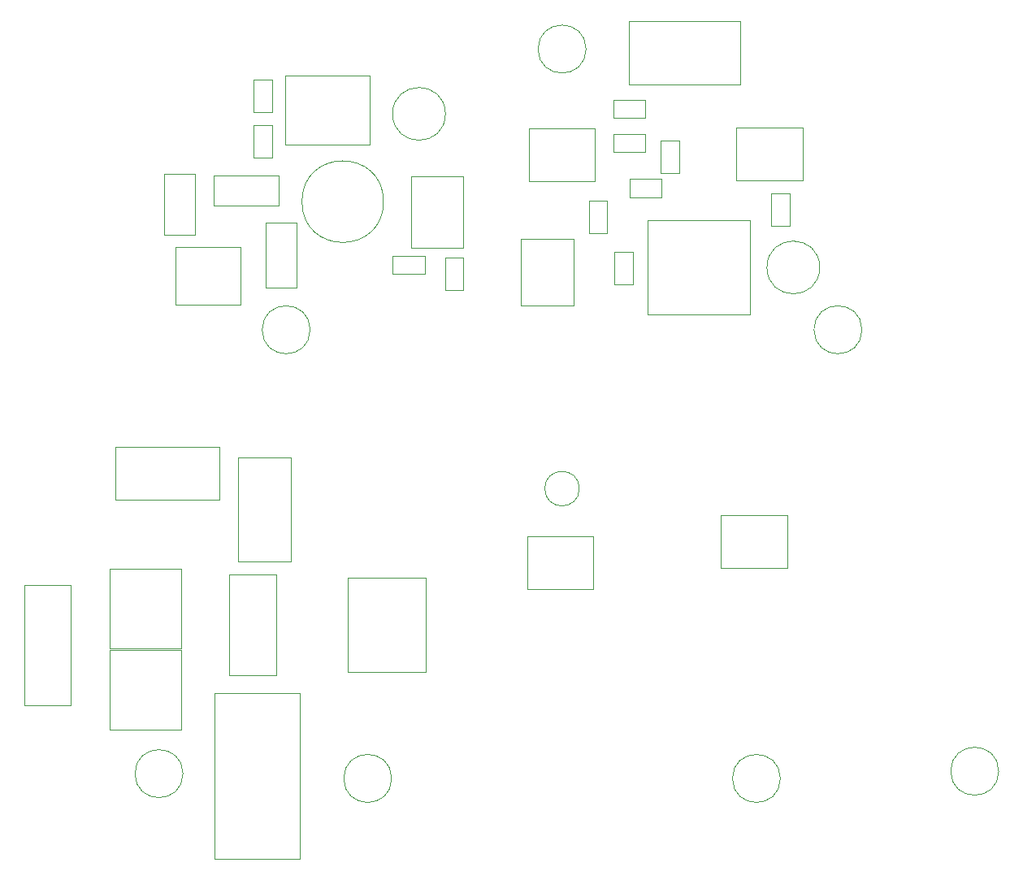
<source format=gbr>
G04 #@! TF.GenerationSoftware,KiCad,Pcbnew,(6.0.5)*
G04 #@! TF.CreationDate,2022-05-29T13:56:34+02:00*
G04 #@! TF.ProjectId,Jogurtownica,4a6f6775-7274-46f7-976e-6963612e6b69,rev?*
G04 #@! TF.SameCoordinates,Original*
G04 #@! TF.FileFunction,Other,User*
%FSLAX45Y45*%
G04 Gerber Fmt 4.5, Leading zero omitted, Abs format (unit mm)*
G04 Created by KiCad (PCBNEW (6.0.5)) date 2022-05-29 13:56:34*
%MOMM*%
%LPD*%
G01*
G04 APERTURE LIST*
%ADD10C,0.050000*%
G04 APERTURE END LIST*
D10*
G04 #@! TO.C,REF\u002A\u002A*
X14550000Y-12525000D02*
G75*
G03*
X14550000Y-12525000I-250000J0D01*
G01*
G04 #@! TO.C,R6*
X12370000Y-6507000D02*
X12370000Y-6843000D01*
X12370000Y-6843000D02*
X12180000Y-6843000D01*
X12180000Y-6843000D02*
X12180000Y-6507000D01*
X12180000Y-6507000D02*
X12370000Y-6507000D01*
G04 #@! TO.C,R2*
X11030000Y-6293000D02*
X11030000Y-5957000D01*
X11220000Y-5957000D02*
X11220000Y-6293000D01*
X11030000Y-5957000D02*
X11220000Y-5957000D01*
X11220000Y-6293000D02*
X11030000Y-6293000D01*
G04 #@! TO.C,R7*
X8970000Y-7508000D02*
X8780000Y-7508000D01*
X8970000Y-7172000D02*
X8970000Y-7508000D01*
X8780000Y-7172000D02*
X8970000Y-7172000D01*
X8780000Y-7508000D02*
X8780000Y-7172000D01*
G04 #@! TO.C,Q1*
X8430000Y-7070000D02*
X8970000Y-7070000D01*
X8430000Y-6330000D02*
X8430000Y-7070000D01*
X8970000Y-6330000D02*
X8430000Y-6330000D01*
X8970000Y-7070000D02*
X8970000Y-6330000D01*
G04 #@! TO.C,RV1*
X10700000Y-4707500D02*
X10700000Y-5372500D01*
X10700000Y-5372500D02*
X11860000Y-5372500D01*
X11860000Y-4707500D02*
X10700000Y-4707500D01*
X11860000Y-5372500D02*
X11860000Y-4707500D01*
G04 #@! TO.C,REF\u002A\u002A*
X7375000Y-7925000D02*
G75*
G03*
X7375000Y-7925000I-250000J0D01*
G01*
G04 #@! TO.C,C7*
X6625000Y-10340500D02*
X7175000Y-10340500D01*
X7175000Y-9259500D02*
X6625000Y-9259500D01*
X7175000Y-10340500D02*
X7175000Y-9259500D01*
X6625000Y-9259500D02*
X6625000Y-10340500D01*
G04 #@! TO.C,J2*
X10120000Y-7670000D02*
X10120000Y-6980000D01*
X9570000Y-7670000D02*
X10120000Y-7670000D01*
X9570000Y-6980000D02*
X9570000Y-7670000D01*
X10120000Y-6980000D02*
X9570000Y-6980000D01*
G04 #@! TO.C,D1*
X7050000Y-6635000D02*
X6370000Y-6635000D01*
X6370000Y-6635000D02*
X6370000Y-6315000D01*
X7050000Y-6315000D02*
X7050000Y-6635000D01*
X6370000Y-6315000D02*
X7050000Y-6315000D01*
G04 #@! TO.C,J10*
X5290000Y-10413000D02*
X5290000Y-11243000D01*
X5290000Y-11243000D02*
X6030000Y-11243000D01*
X6030000Y-10413000D02*
X5290000Y-10413000D01*
X6030000Y-11243000D02*
X6030000Y-10413000D01*
G04 #@! TO.C,C1*
X8140000Y-6590000D02*
G75*
G03*
X8140000Y-6590000I-425000J0D01*
G01*
G04 #@! TO.C,R3*
X10868000Y-5885000D02*
X10868000Y-6075000D01*
X10868000Y-6075000D02*
X10532000Y-6075000D01*
X10532000Y-5885000D02*
X10868000Y-5885000D01*
X10532000Y-6075000D02*
X10532000Y-5885000D01*
G04 #@! TO.C,C4*
X12685000Y-7275511D02*
G75*
G03*
X12685000Y-7275511I-275000J0D01*
G01*
G04 #@! TO.C,C5*
X8785000Y-5675511D02*
G75*
G03*
X8785000Y-5675511I-275000J0D01*
G01*
G04 #@! TO.C,J8*
X11815000Y-5820000D02*
X11815000Y-6370000D01*
X12505000Y-5820000D02*
X11815000Y-5820000D01*
X11815000Y-6370000D02*
X12505000Y-6370000D01*
X12505000Y-6370000D02*
X12505000Y-5820000D01*
G04 #@! TO.C,J1*
X5969028Y-7059046D02*
X5969028Y-7667046D01*
X6649028Y-7059046D02*
X5969028Y-7059046D01*
X6649028Y-7667046D02*
X6649028Y-7059046D01*
X5969028Y-7667046D02*
X6649028Y-7667046D01*
G04 #@! TO.C,C2*
X6978000Y-5790000D02*
X6978000Y-6130000D01*
X6782000Y-5790000D02*
X6978000Y-5790000D01*
X6782000Y-6130000D02*
X6782000Y-5790000D01*
X6978000Y-6130000D02*
X6782000Y-6130000D01*
G04 #@! TO.C,RV2*
X4400000Y-10585000D02*
X4400000Y-11835000D01*
X4880000Y-11835000D02*
X4400000Y-11835000D01*
X4880000Y-10585000D02*
X4880000Y-11835000D01*
X4880000Y-10585000D02*
X4400000Y-10585000D01*
G04 #@! TO.C,R4*
X11038000Y-6355000D02*
X11038000Y-6545000D01*
X10702000Y-6355000D02*
X11038000Y-6355000D01*
X10702000Y-6545000D02*
X10702000Y-6355000D01*
X11038000Y-6545000D02*
X10702000Y-6545000D01*
G04 #@! TO.C,J9*
X12345000Y-9860000D02*
X11655000Y-9860000D01*
X11655000Y-9860000D02*
X11655000Y-10410000D01*
X12345000Y-10410000D02*
X12345000Y-9860000D01*
X11655000Y-10410000D02*
X12345000Y-10410000D01*
G04 #@! TO.C,J11*
X5290000Y-11263000D02*
X5290000Y-12093000D01*
X6030000Y-11263000D02*
X5290000Y-11263000D01*
X6030000Y-12093000D02*
X6030000Y-11263000D01*
X5290000Y-12093000D02*
X6030000Y-12093000D01*
G04 #@! TO.C,C6*
X10738000Y-7450000D02*
X10542000Y-7450000D01*
X10542000Y-7110000D02*
X10738000Y-7110000D01*
X10542000Y-7450000D02*
X10542000Y-7110000D01*
X10738000Y-7110000D02*
X10738000Y-7450000D01*
G04 #@! TO.C,U3*
X7767500Y-11490000D02*
X8582500Y-11490000D01*
X8582500Y-10510000D02*
X7767500Y-10510000D01*
X7767500Y-10510000D02*
X7767500Y-11490000D01*
X8582500Y-11490000D02*
X8582500Y-10510000D01*
G04 #@! TO.C,J6*
X10325000Y-10080000D02*
X9635000Y-10080000D01*
X9635000Y-10080000D02*
X9635000Y-10630000D01*
X10325000Y-10630000D02*
X10325000Y-10080000D01*
X9635000Y-10630000D02*
X10325000Y-10630000D01*
G04 #@! TO.C,J12*
X7268000Y-13437500D02*
X7268000Y-11712500D01*
X6382000Y-13437500D02*
X7268000Y-13437500D01*
X7268000Y-11712500D02*
X6382000Y-11712500D01*
X6382000Y-11712500D02*
X6382000Y-13437500D01*
G04 #@! TO.C,REF\u002A\u002A*
X6050000Y-12550000D02*
G75*
G03*
X6050000Y-12550000I-250000J0D01*
G01*
X10250000Y-5000000D02*
G75*
G03*
X10250000Y-5000000I-250000J0D01*
G01*
G04 #@! TO.C,U2*
X10890000Y-6785000D02*
X10890000Y-7765000D01*
X10890000Y-7765000D02*
X11960000Y-7765000D01*
X11960000Y-6785000D02*
X10890000Y-6785000D01*
X11960000Y-7765000D02*
X11960000Y-6785000D01*
G04 #@! TO.C,R1*
X10868000Y-5530000D02*
X10868000Y-5720000D01*
X10868000Y-5720000D02*
X10532000Y-5720000D01*
X10532000Y-5720000D02*
X10532000Y-5530000D01*
X10532000Y-5530000D02*
X10868000Y-5530000D01*
G04 #@! TO.C,R5*
X10280000Y-6582000D02*
X10470000Y-6582000D01*
X10280000Y-6918000D02*
X10280000Y-6582000D01*
X10470000Y-6918000D02*
X10280000Y-6918000D01*
X10470000Y-6582000D02*
X10470000Y-6918000D01*
G04 #@! TO.C,J7*
X10345000Y-5825000D02*
X9655000Y-5825000D01*
X9655000Y-6375000D02*
X10345000Y-6375000D01*
X9655000Y-5825000D02*
X9655000Y-6375000D01*
X10345000Y-6375000D02*
X10345000Y-5825000D01*
G04 #@! TO.C,REF\u002A\u002A*
X13125000Y-7925000D02*
G75*
G03*
X13125000Y-7925000I-250000J0D01*
G01*
G04 #@! TO.C,R9*
X8568000Y-7155000D02*
X8568000Y-7345000D01*
X8568000Y-7345000D02*
X8232000Y-7345000D01*
X8232000Y-7155000D02*
X8568000Y-7155000D01*
X8232000Y-7345000D02*
X8232000Y-7155000D01*
G04 #@! TO.C,U1*
X7117028Y-5996046D02*
X7997028Y-5996046D01*
X7117028Y-5276046D02*
X7117028Y-5996046D01*
X7997028Y-5276046D02*
X7117028Y-5276046D01*
X7997028Y-5996046D02*
X7997028Y-5276046D01*
G04 #@! TO.C,D2*
X6910000Y-6810000D02*
X7230000Y-6810000D01*
X6910000Y-7490000D02*
X6910000Y-6810000D01*
X7230000Y-6810000D02*
X7230000Y-7490000D01*
X7230000Y-7490000D02*
X6910000Y-7490000D01*
G04 #@! TO.C,F1*
X5857000Y-6297000D02*
X6173000Y-6297000D01*
X6173000Y-6297000D02*
X6173000Y-6933000D01*
X5857000Y-6933000D02*
X5857000Y-6297000D01*
X6173000Y-6933000D02*
X5857000Y-6933000D01*
G04 #@! TO.C,REF\u002A\u002A*
X10180000Y-9580000D02*
G75*
G03*
X10180000Y-9580000I-180000J0D01*
G01*
X12275000Y-12600000D02*
G75*
G03*
X12275000Y-12600000I-250000J0D01*
G01*
X8225000Y-12600000D02*
G75*
G03*
X8225000Y-12600000I-250000J0D01*
G01*
G04 #@! TO.C,C3*
X6978000Y-5320000D02*
X6978000Y-5660000D01*
X6978000Y-5660000D02*
X6782000Y-5660000D01*
X6782000Y-5660000D02*
X6782000Y-5320000D01*
X6782000Y-5320000D02*
X6978000Y-5320000D01*
G04 #@! TO.C,C8*
X6430500Y-9145000D02*
X5349500Y-9145000D01*
X5349500Y-9695000D02*
X6430500Y-9695000D01*
X6430500Y-9695000D02*
X6430500Y-9145000D01*
X5349500Y-9145000D02*
X5349500Y-9695000D01*
G04 #@! TO.C,Q4*
X6534500Y-10475000D02*
X6534500Y-11525000D01*
X6534500Y-11525000D02*
X7025500Y-11525000D01*
X7025500Y-11525000D02*
X7025500Y-10475000D01*
X7025500Y-10475000D02*
X6534500Y-10475000D01*
G04 #@! TD*
M02*

</source>
